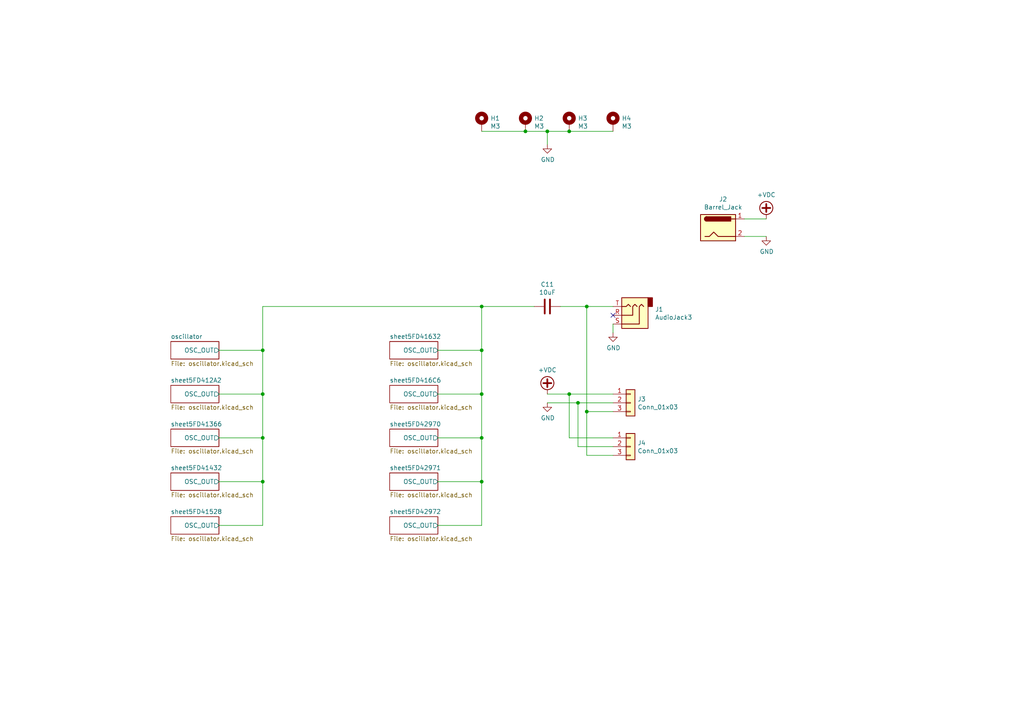
<source format=kicad_sch>
(kicad_sch (version 20211123) (generator eeschema)

  (uuid cef6f603-8a0b-4dd0-af99-ebfbef7d1b4b)

  (paper "A4")

  (title_block
    (title "Buzzybox")
    (date "12/16/2020")
    (rev "0.1")
    (company "Max Proskauer")
  )

  (lib_symbols
    (symbol "Connector:AudioJack3" (in_bom yes) (on_board yes)
      (property "Reference" "J" (id 0) (at 0 8.89 0)
        (effects (font (size 1.27 1.27)))
      )
      (property "Value" "AudioJack3" (id 1) (at 0 6.35 0)
        (effects (font (size 1.27 1.27)))
      )
      (property "Footprint" "" (id 2) (at 0 0 0)
        (effects (font (size 1.27 1.27)) hide)
      )
      (property "Datasheet" "~" (id 3) (at 0 0 0)
        (effects (font (size 1.27 1.27)) hide)
      )
      (property "ki_keywords" "audio jack receptacle stereo headphones phones TRS connector" (id 4) (at 0 0 0)
        (effects (font (size 1.27 1.27)) hide)
      )
      (property "ki_description" "Audio Jack, 3 Poles (Stereo / TRS)" (id 5) (at 0 0 0)
        (effects (font (size 1.27 1.27)) hide)
      )
      (property "ki_fp_filters" "Jack*" (id 6) (at 0 0 0)
        (effects (font (size 1.27 1.27)) hide)
      )
      (symbol "AudioJack3_0_1"
        (rectangle (start -5.08 -5.08) (end -6.35 -2.54)
          (stroke (width 0.254) (type default) (color 0 0 0 0))
          (fill (type outline))
        )
        (polyline
          (pts
            (xy 0 -2.54)
            (xy 0.635 -3.175)
            (xy 1.27 -2.54)
            (xy 2.54 -2.54)
          )
          (stroke (width 0.254) (type default) (color 0 0 0 0))
          (fill (type none))
        )
        (polyline
          (pts
            (xy -1.905 -2.54)
            (xy -1.27 -3.175)
            (xy -0.635 -2.54)
            (xy -0.635 0)
            (xy 2.54 0)
          )
          (stroke (width 0.254) (type default) (color 0 0 0 0))
          (fill (type none))
        )
        (polyline
          (pts
            (xy 2.54 2.54)
            (xy -2.54 2.54)
            (xy -2.54 -2.54)
            (xy -3.175 -3.175)
            (xy -3.81 -2.54)
          )
          (stroke (width 0.254) (type default) (color 0 0 0 0))
          (fill (type none))
        )
        (rectangle (start 2.54 3.81) (end -5.08 -5.08)
          (stroke (width 0.254) (type default) (color 0 0 0 0))
          (fill (type background))
        )
      )
      (symbol "AudioJack3_1_1"
        (pin passive line (at 5.08 0 180) (length 2.54)
          (name "~" (effects (font (size 1.27 1.27))))
          (number "R" (effects (font (size 1.27 1.27))))
        )
        (pin passive line (at 5.08 2.54 180) (length 2.54)
          (name "~" (effects (font (size 1.27 1.27))))
          (number "S" (effects (font (size 1.27 1.27))))
        )
        (pin passive line (at 5.08 -2.54 180) (length 2.54)
          (name "~" (effects (font (size 1.27 1.27))))
          (number "T" (effects (font (size 1.27 1.27))))
        )
      )
    )
    (symbol "Connector:Barrel_Jack" (pin_names (offset 1.016)) (in_bom yes) (on_board yes)
      (property "Reference" "J" (id 0) (at 0 5.334 0)
        (effects (font (size 1.27 1.27)))
      )
      (property "Value" "Barrel_Jack" (id 1) (at 0 -5.08 0)
        (effects (font (size 1.27 1.27)))
      )
      (property "Footprint" "" (id 2) (at 1.27 -1.016 0)
        (effects (font (size 1.27 1.27)) hide)
      )
      (property "Datasheet" "~" (id 3) (at 1.27 -1.016 0)
        (effects (font (size 1.27 1.27)) hide)
      )
      (property "ki_keywords" "DC power barrel jack connector" (id 4) (at 0 0 0)
        (effects (font (size 1.27 1.27)) hide)
      )
      (property "ki_description" "DC Barrel Jack" (id 5) (at 0 0 0)
        (effects (font (size 1.27 1.27)) hide)
      )
      (property "ki_fp_filters" "BarrelJack*" (id 6) (at 0 0 0)
        (effects (font (size 1.27 1.27)) hide)
      )
      (symbol "Barrel_Jack_0_1"
        (rectangle (start -5.08 3.81) (end 5.08 -3.81)
          (stroke (width 0.254) (type default) (color 0 0 0 0))
          (fill (type background))
        )
        (arc (start -3.302 3.175) (mid -3.937 2.54) (end -3.302 1.905)
          (stroke (width 0.254) (type default) (color 0 0 0 0))
          (fill (type none))
        )
        (arc (start -3.302 3.175) (mid -3.937 2.54) (end -3.302 1.905)
          (stroke (width 0.254) (type default) (color 0 0 0 0))
          (fill (type outline))
        )
        (polyline
          (pts
            (xy 5.08 2.54)
            (xy 3.81 2.54)
          )
          (stroke (width 0.254) (type default) (color 0 0 0 0))
          (fill (type none))
        )
        (polyline
          (pts
            (xy -3.81 -2.54)
            (xy -2.54 -2.54)
            (xy -1.27 -1.27)
            (xy 0 -2.54)
            (xy 2.54 -2.54)
            (xy 5.08 -2.54)
          )
          (stroke (width 0.254) (type default) (color 0 0 0 0))
          (fill (type none))
        )
        (rectangle (start 3.683 3.175) (end -3.302 1.905)
          (stroke (width 0.254) (type default) (color 0 0 0 0))
          (fill (type outline))
        )
      )
      (symbol "Barrel_Jack_1_1"
        (pin passive line (at 7.62 2.54 180) (length 2.54)
          (name "~" (effects (font (size 1.27 1.27))))
          (number "1" (effects (font (size 1.27 1.27))))
        )
        (pin passive line (at 7.62 -2.54 180) (length 2.54)
          (name "~" (effects (font (size 1.27 1.27))))
          (number "2" (effects (font (size 1.27 1.27))))
        )
      )
    )
    (symbol "Connector_Generic:Conn_01x03" (pin_names (offset 1.016) hide) (in_bom yes) (on_board yes)
      (property "Reference" "J" (id 0) (at 0 5.08 0)
        (effects (font (size 1.27 1.27)))
      )
      (property "Value" "Conn_01x03" (id 1) (at 0 -5.08 0)
        (effects (font (size 1.27 1.27)))
      )
      (property "Footprint" "" (id 2) (at 0 0 0)
        (effects (font (size 1.27 1.27)) hide)
      )
      (property "Datasheet" "~" (id 3) (at 0 0 0)
        (effects (font (size 1.27 1.27)) hide)
      )
      (property "ki_keywords" "connector" (id 4) (at 0 0 0)
        (effects (font (size 1.27 1.27)) hide)
      )
      (property "ki_description" "Generic connector, single row, 01x03, script generated (kicad-library-utils/schlib/autogen/connector/)" (id 5) (at 0 0 0)
        (effects (font (size 1.27 1.27)) hide)
      )
      (property "ki_fp_filters" "Connector*:*_1x??_*" (id 6) (at 0 0 0)
        (effects (font (size 1.27 1.27)) hide)
      )
      (symbol "Conn_01x03_1_1"
        (rectangle (start -1.27 -2.413) (end 0 -2.667)
          (stroke (width 0.1524) (type default) (color 0 0 0 0))
          (fill (type none))
        )
        (rectangle (start -1.27 0.127) (end 0 -0.127)
          (stroke (width 0.1524) (type default) (color 0 0 0 0))
          (fill (type none))
        )
        (rectangle (start -1.27 2.667) (end 0 2.413)
          (stroke (width 0.1524) (type default) (color 0 0 0 0))
          (fill (type none))
        )
        (rectangle (start -1.27 3.81) (end 1.27 -3.81)
          (stroke (width 0.254) (type default) (color 0 0 0 0))
          (fill (type background))
        )
        (pin passive line (at -5.08 2.54 0) (length 3.81)
          (name "Pin_1" (effects (font (size 1.27 1.27))))
          (number "1" (effects (font (size 1.27 1.27))))
        )
        (pin passive line (at -5.08 0 0) (length 3.81)
          (name "Pin_2" (effects (font (size 1.27 1.27))))
          (number "2" (effects (font (size 1.27 1.27))))
        )
        (pin passive line (at -5.08 -2.54 0) (length 3.81)
          (name "Pin_3" (effects (font (size 1.27 1.27))))
          (number "3" (effects (font (size 1.27 1.27))))
        )
      )
    )
    (symbol "Device:C" (pin_numbers hide) (pin_names (offset 0.254)) (in_bom yes) (on_board yes)
      (property "Reference" "C" (id 0) (at 0.635 2.54 0)
        (effects (font (size 1.27 1.27)) (justify left))
      )
      (property "Value" "C" (id 1) (at 0.635 -2.54 0)
        (effects (font (size 1.27 1.27)) (justify left))
      )
      (property "Footprint" "" (id 2) (at 0.9652 -3.81 0)
        (effects (font (size 1.27 1.27)) hide)
      )
      (property "Datasheet" "~" (id 3) (at 0 0 0)
        (effects (font (size 1.27 1.27)) hide)
      )
      (property "ki_keywords" "cap capacitor" (id 4) (at 0 0 0)
        (effects (font (size 1.27 1.27)) hide)
      )
      (property "ki_description" "Unpolarized capacitor" (id 5) (at 0 0 0)
        (effects (font (size 1.27 1.27)) hide)
      )
      (property "ki_fp_filters" "C_*" (id 6) (at 0 0 0)
        (effects (font (size 1.27 1.27)) hide)
      )
      (symbol "C_0_1"
        (polyline
          (pts
            (xy -2.032 -0.762)
            (xy 2.032 -0.762)
          )
          (stroke (width 0.508) (type default) (color 0 0 0 0))
          (fill (type none))
        )
        (polyline
          (pts
            (xy -2.032 0.762)
            (xy 2.032 0.762)
          )
          (stroke (width 0.508) (type default) (color 0 0 0 0))
          (fill (type none))
        )
      )
      (symbol "C_1_1"
        (pin passive line (at 0 3.81 270) (length 2.794)
          (name "~" (effects (font (size 1.27 1.27))))
          (number "1" (effects (font (size 1.27 1.27))))
        )
        (pin passive line (at 0 -3.81 90) (length 2.794)
          (name "~" (effects (font (size 1.27 1.27))))
          (number "2" (effects (font (size 1.27 1.27))))
        )
      )
    )
    (symbol "Mechanical:MountingHole_Pad" (pin_numbers hide) (pin_names (offset 1.016) hide) (in_bom yes) (on_board yes)
      (property "Reference" "H" (id 0) (at 0 6.35 0)
        (effects (font (size 1.27 1.27)))
      )
      (property "Value" "MountingHole_Pad" (id 1) (at 0 4.445 0)
        (effects (font (size 1.27 1.27)))
      )
      (property "Footprint" "" (id 2) (at 0 0 0)
        (effects (font (size 1.27 1.27)) hide)
      )
      (property "Datasheet" "~" (id 3) (at 0 0 0)
        (effects (font (size 1.27 1.27)) hide)
      )
      (property "ki_keywords" "mounting hole" (id 4) (at 0 0 0)
        (effects (font (size 1.27 1.27)) hide)
      )
      (property "ki_description" "Mounting Hole with connection" (id 5) (at 0 0 0)
        (effects (font (size 1.27 1.27)) hide)
      )
      (property "ki_fp_filters" "MountingHole*Pad*" (id 6) (at 0 0 0)
        (effects (font (size 1.27 1.27)) hide)
      )
      (symbol "MountingHole_Pad_0_1"
        (circle (center 0 1.27) (radius 1.27)
          (stroke (width 1.27) (type default) (color 0 0 0 0))
          (fill (type none))
        )
      )
      (symbol "MountingHole_Pad_1_1"
        (pin input line (at 0 -2.54 90) (length 2.54)
          (name "1" (effects (font (size 1.27 1.27))))
          (number "1" (effects (font (size 1.27 1.27))))
        )
      )
    )
    (symbol "power:+VDC" (power) (pin_names (offset 0)) (in_bom yes) (on_board yes)
      (property "Reference" "#PWR" (id 0) (at 0 -2.54 0)
        (effects (font (size 1.27 1.27)) hide)
      )
      (property "Value" "+VDC" (id 1) (at 0 6.35 0)
        (effects (font (size 1.27 1.27)))
      )
      (property "Footprint" "" (id 2) (at 0 0 0)
        (effects (font (size 1.27 1.27)) hide)
      )
      (property "Datasheet" "" (id 3) (at 0 0 0)
        (effects (font (size 1.27 1.27)) hide)
      )
      (property "ki_keywords" "power-flag" (id 4) (at 0 0 0)
        (effects (font (size 1.27 1.27)) hide)
      )
      (property "ki_description" "Power symbol creates a global label with name \"+VDC\"" (id 5) (at 0 0 0)
        (effects (font (size 1.27 1.27)) hide)
      )
      (symbol "+VDC_0_1"
        (polyline
          (pts
            (xy -1.143 3.175)
            (xy 1.143 3.175)
          )
          (stroke (width 0.508) (type default) (color 0 0 0 0))
          (fill (type none))
        )
        (polyline
          (pts
            (xy 0 0)
            (xy 0 1.27)
          )
          (stroke (width 0) (type default) (color 0 0 0 0))
          (fill (type none))
        )
        (polyline
          (pts
            (xy 0 2.032)
            (xy 0 4.318)
          )
          (stroke (width 0.508) (type default) (color 0 0 0 0))
          (fill (type none))
        )
        (circle (center 0 3.175) (radius 1.905)
          (stroke (width 0.254) (type default) (color 0 0 0 0))
          (fill (type none))
        )
      )
      (symbol "+VDC_1_1"
        (pin power_in line (at 0 0 90) (length 0) hide
          (name "+VDC" (effects (font (size 1.27 1.27))))
          (number "1" (effects (font (size 1.27 1.27))))
        )
      )
    )
    (symbol "power:GND" (power) (pin_names (offset 0)) (in_bom yes) (on_board yes)
      (property "Reference" "#PWR" (id 0) (at 0 -6.35 0)
        (effects (font (size 1.27 1.27)) hide)
      )
      (property "Value" "GND" (id 1) (at 0 -3.81 0)
        (effects (font (size 1.27 1.27)))
      )
      (property "Footprint" "" (id 2) (at 0 0 0)
        (effects (font (size 1.27 1.27)) hide)
      )
      (property "Datasheet" "" (id 3) (at 0 0 0)
        (effects (font (size 1.27 1.27)) hide)
      )
      (property "ki_keywords" "power-flag" (id 4) (at 0 0 0)
        (effects (font (size 1.27 1.27)) hide)
      )
      (property "ki_description" "Power symbol creates a global label with name \"GND\" , ground" (id 5) (at 0 0 0)
        (effects (font (size 1.27 1.27)) hide)
      )
      (symbol "GND_0_1"
        (polyline
          (pts
            (xy 0 0)
            (xy 0 -1.27)
            (xy 1.27 -1.27)
            (xy 0 -2.54)
            (xy -1.27 -1.27)
            (xy 0 -1.27)
          )
          (stroke (width 0) (type default) (color 0 0 0 0))
          (fill (type none))
        )
      )
      (symbol "GND_1_1"
        (pin power_in line (at 0 0 270) (length 0) hide
          (name "GND" (effects (font (size 1.27 1.27))))
          (number "1" (effects (font (size 1.27 1.27))))
        )
      )
    )
  )

  (junction (at 139.7 127) (diameter 0) (color 0 0 0 0)
    (uuid 127679a9-3981-4934-815e-896a4e3ff56e)
  )
  (junction (at 76.2 101.6) (diameter 0) (color 0 0 0 0)
    (uuid 181abe7a-f941-42b6-bd46-aaa3131f90fb)
  )
  (junction (at 76.2 127) (diameter 0) (color 0 0 0 0)
    (uuid 2e642b3e-a476-4c54-9a52-dcea955640cd)
  )
  (junction (at 139.7 88.9) (diameter 0) (color 0 0 0 0)
    (uuid 3cd1bda0-18db-417d-b581-a0c50623df68)
  )
  (junction (at 167.64 116.84) (diameter 0) (color 0 0 0 0)
    (uuid 3e903008-0276-4a73-8edb-5d9dfde6297c)
  )
  (junction (at 170.18 88.9) (diameter 0) (color 0 0 0 0)
    (uuid 45008225-f50f-4d6b-b508-6730a9408caf)
  )
  (junction (at 158.75 38.1) (diameter 0) (color 0 0 0 0)
    (uuid 6441b183-b8f2-458f-a23d-60e2b1f66dd6)
  )
  (junction (at 139.7 139.7) (diameter 0) (color 0 0 0 0)
    (uuid 6a45789b-3855-401f-8139-3c734f7f52f9)
  )
  (junction (at 165.1 114.3) (diameter 0) (color 0 0 0 0)
    (uuid 6bfe5804-2ef9-4c65-b2a7-f01e4014370a)
  )
  (junction (at 170.18 119.38) (diameter 0) (color 0 0 0 0)
    (uuid 7d34f6b1-ab31-49be-b011-c67fe67a8a56)
  )
  (junction (at 165.1 38.1) (diameter 0) (color 0 0 0 0)
    (uuid 80094b70-85ab-4ff6-934b-60d5ee65023a)
  )
  (junction (at 152.4 38.1) (diameter 0) (color 0 0 0 0)
    (uuid 922058ca-d09a-45fd-8394-05f3e2c1e03a)
  )
  (junction (at 76.2 139.7) (diameter 0) (color 0 0 0 0)
    (uuid a3e4f0ae-9f86-49e9-b386-ed8b42e012fb)
  )
  (junction (at 139.7 101.6) (diameter 0) (color 0 0 0 0)
    (uuid ce83728b-bebd-48c2-8734-b6a50d837931)
  )
  (junction (at 76.2 114.3) (diameter 0) (color 0 0 0 0)
    (uuid d8603679-3e7b-4337-8dbc-1827f5f54d8a)
  )
  (junction (at 139.7 114.3) (diameter 0) (color 0 0 0 0)
    (uuid fd470e95-4861-44fe-b1e4-6d8a7c66e144)
  )

  (no_connect (at 177.8 91.44) (uuid 5528bcad-2950-4673-90eb-c37e6952c475))

  (wire (pts (xy 165.1 114.3) (xy 165.1 127))
    (stroke (width 0) (type default) (color 0 0 0 0))
    (uuid 0217dfc4-fc13-4699-99ad-d9948522648e)
  )
  (wire (pts (xy 139.7 88.9) (xy 154.94 88.9))
    (stroke (width 0) (type default) (color 0 0 0 0))
    (uuid 0b21a65d-d20b-411e-920a-75c343ac5136)
  )
  (wire (pts (xy 139.7 88.9) (xy 139.7 101.6))
    (stroke (width 0) (type default) (color 0 0 0 0))
    (uuid 0eaa98f0-9565-4637-ace3-42a5231b07f7)
  )
  (wire (pts (xy 152.4 38.1) (xy 158.75 38.1))
    (stroke (width 0) (type default) (color 0 0 0 0))
    (uuid 0f54db53-a272-4955-88fb-d7ab00657bb0)
  )
  (wire (pts (xy 170.18 119.38) (xy 170.18 88.9))
    (stroke (width 0) (type default) (color 0 0 0 0))
    (uuid 12422a89-3d0c-485c-9386-f77121fd68fd)
  )
  (wire (pts (xy 177.8 119.38) (xy 170.18 119.38))
    (stroke (width 0) (type default) (color 0 0 0 0))
    (uuid 1a6d2848-e78e-49fe-8978-e1890f07836f)
  )
  (wire (pts (xy 165.1 114.3) (xy 177.8 114.3))
    (stroke (width 0) (type default) (color 0 0 0 0))
    (uuid 1d9cdadc-9036-4a95-b6db-fa7b3b74c869)
  )
  (wire (pts (xy 63.5 127) (xy 76.2 127))
    (stroke (width 0) (type default) (color 0 0 0 0))
    (uuid 1e1b062d-fad0-427c-a622-c5b8a80b5268)
  )
  (wire (pts (xy 167.64 129.54) (xy 177.8 129.54))
    (stroke (width 0) (type default) (color 0 0 0 0))
    (uuid 24f7628d-681d-4f0e-8409-40a129e929d9)
  )
  (wire (pts (xy 63.5 139.7) (xy 76.2 139.7))
    (stroke (width 0) (type default) (color 0 0 0 0))
    (uuid 30f15357-ce1d-48b9-93dc-7d9b1b2aa048)
  )
  (wire (pts (xy 158.75 38.1) (xy 165.1 38.1))
    (stroke (width 0) (type default) (color 0 0 0 0))
    (uuid 31e08896-1992-4725-96d9-9d2728bca7a3)
  )
  (wire (pts (xy 167.64 116.84) (xy 167.64 129.54))
    (stroke (width 0) (type default) (color 0 0 0 0))
    (uuid 3a7648d8-121a-4921-9b92-9b35b76ce39b)
  )
  (wire (pts (xy 76.2 101.6) (xy 76.2 114.3))
    (stroke (width 0) (type default) (color 0 0 0 0))
    (uuid 3b838d52-596d-4e4d-a6ac-e4c8e7621137)
  )
  (wire (pts (xy 215.9 63.5) (xy 222.25 63.5))
    (stroke (width 0) (type default) (color 0 0 0 0))
    (uuid 44d8279a-9cd1-4db6-856f-0363131605fc)
  )
  (wire (pts (xy 139.7 114.3) (xy 139.7 101.6))
    (stroke (width 0) (type default) (color 0 0 0 0))
    (uuid 48ab88d7-7084-4d02-b109-3ad55a30bb11)
  )
  (wire (pts (xy 76.2 127) (xy 76.2 139.7))
    (stroke (width 0) (type default) (color 0 0 0 0))
    (uuid 5038e144-5119-49db-b6cf-f7c345f1cf03)
  )
  (wire (pts (xy 76.2 152.4) (xy 76.2 139.7))
    (stroke (width 0) (type default) (color 0 0 0 0))
    (uuid 54365317-1355-4216-bb75-829375abc4ec)
  )
  (wire (pts (xy 139.7 139.7) (xy 139.7 127))
    (stroke (width 0) (type default) (color 0 0 0 0))
    (uuid 5fc27c35-3e1c-4f96-817c-93b5570858a6)
  )
  (wire (pts (xy 177.8 132.08) (xy 170.18 132.08))
    (stroke (width 0) (type default) (color 0 0 0 0))
    (uuid 6475547d-3216-45a4-a15c-48314f1dd0f9)
  )
  (wire (pts (xy 177.8 93.98) (xy 177.8 96.52))
    (stroke (width 0) (type default) (color 0 0 0 0))
    (uuid 66116376-6967-4178-9f23-a26cdeafc400)
  )
  (wire (pts (xy 139.7 127) (xy 127 127))
    (stroke (width 0) (type default) (color 0 0 0 0))
    (uuid 6c9b793c-e74d-4754-a2c0-901e73b26f1c)
  )
  (wire (pts (xy 76.2 88.9) (xy 139.7 88.9))
    (stroke (width 0) (type default) (color 0 0 0 0))
    (uuid 704d6d51-bb34-4cbf-83d8-841e208048d8)
  )
  (wire (pts (xy 139.7 114.3) (xy 127 114.3))
    (stroke (width 0) (type default) (color 0 0 0 0))
    (uuid 716e31c5-485f-40b5-88e3-a75900da9811)
  )
  (wire (pts (xy 63.5 101.6) (xy 76.2 101.6))
    (stroke (width 0) (type default) (color 0 0 0 0))
    (uuid 749dfe75-c0d6-4872-9330-29c5bbcb8ff8)
  )
  (wire (pts (xy 167.64 116.84) (xy 177.8 116.84))
    (stroke (width 0) (type default) (color 0 0 0 0))
    (uuid 75ffc65c-7132-4411-9f2a-ae0c73d79338)
  )
  (wire (pts (xy 76.2 101.6) (xy 76.2 88.9))
    (stroke (width 0) (type default) (color 0 0 0 0))
    (uuid 8174b4de-74b1-48db-ab8e-c8432251095b)
  )
  (wire (pts (xy 76.2 114.3) (xy 76.2 127))
    (stroke (width 0) (type default) (color 0 0 0 0))
    (uuid 87371631-aa02-498a-998a-09bdb74784c1)
  )
  (wire (pts (xy 170.18 132.08) (xy 170.18 119.38))
    (stroke (width 0) (type default) (color 0 0 0 0))
    (uuid 8c6a821f-8e19-48f3-8f44-9b340f7689bc)
  )
  (wire (pts (xy 158.75 114.3) (xy 165.1 114.3))
    (stroke (width 0) (type default) (color 0 0 0 0))
    (uuid 8da933a9-35f8-42e6-8504-d1bab7264306)
  )
  (wire (pts (xy 139.7 38.1) (xy 152.4 38.1))
    (stroke (width 0) (type default) (color 0 0 0 0))
    (uuid 97fe9c60-586f-4895-8504-4d3729f5f81a)
  )
  (wire (pts (xy 170.18 88.9) (xy 177.8 88.9))
    (stroke (width 0) (type default) (color 0 0 0 0))
    (uuid a544eb0a-75db-4baf-bf54-9ca21744343b)
  )
  (wire (pts (xy 127 152.4) (xy 139.7 152.4))
    (stroke (width 0) (type default) (color 0 0 0 0))
    (uuid a690fc6c-55d9-47e6-b533-faa4b67e20f3)
  )
  (wire (pts (xy 63.5 152.4) (xy 76.2 152.4))
    (stroke (width 0) (type default) (color 0 0 0 0))
    (uuid ac264c30-3e9a-4be2-b97a-9949b68bd497)
  )
  (wire (pts (xy 139.7 127) (xy 139.7 114.3))
    (stroke (width 0) (type default) (color 0 0 0 0))
    (uuid b1086f75-01ba-4188-8d36-75a9e2828ca9)
  )
  (wire (pts (xy 158.75 116.84) (xy 167.64 116.84))
    (stroke (width 0) (type default) (color 0 0 0 0))
    (uuid bd5408e4-362d-4e43-9d39-78fb99eb52c8)
  )
  (wire (pts (xy 158.75 41.91) (xy 158.75 38.1))
    (stroke (width 0) (type default) (color 0 0 0 0))
    (uuid bfc0aadc-38cf-466e-a642-68fdc3138c78)
  )
  (wire (pts (xy 165.1 127) (xy 177.8 127))
    (stroke (width 0) (type default) (color 0 0 0 0))
    (uuid c0eca5ed-bc5e-4618-9bcd-80945bea41ed)
  )
  (wire (pts (xy 139.7 152.4) (xy 139.7 139.7))
    (stroke (width 0) (type default) (color 0 0 0 0))
    (uuid c144caa5-b0d4-4cef-840a-d4ad178a2102)
  )
  (wire (pts (xy 76.2 114.3) (xy 63.5 114.3))
    (stroke (width 0) (type default) (color 0 0 0 0))
    (uuid cbdcaa78-3bbc-413f-91bf-2709119373ce)
  )
  (wire (pts (xy 165.1 38.1) (xy 177.8 38.1))
    (stroke (width 0) (type default) (color 0 0 0 0))
    (uuid d4a1d3c4-b315-4bec-9220-d12a9eab51e0)
  )
  (wire (pts (xy 162.56 88.9) (xy 170.18 88.9))
    (stroke (width 0) (type default) (color 0 0 0 0))
    (uuid d57dcfee-5058-4fc2-a68b-05f9a48f685b)
  )
  (wire (pts (xy 215.9 68.58) (xy 222.25 68.58))
    (stroke (width 0) (type default) (color 0 0 0 0))
    (uuid eb667eea-300e-4ca7-8a6f-4b00de80cd45)
  )
  (wire (pts (xy 139.7 139.7) (xy 127 139.7))
    (stroke (width 0) (type default) (color 0 0 0 0))
    (uuid efeac2a2-7682-4dc7-83ee-f6f1b23da506)
  )
  (wire (pts (xy 139.7 101.6) (xy 127 101.6))
    (stroke (width 0) (type default) (color 0 0 0 0))
    (uuid f71da641-16e6-4257-80c3-0b9d804fee4f)
  )

  (symbol (lib_id "power:+VDC") (at 222.25 63.5 0) (unit 1)
    (in_bom yes) (on_board yes)
    (uuid 00000000-0000-0000-0000-00005fd44ffc)
    (property "Reference" "#PWR0102" (id 0) (at 222.25 66.04 0)
      (effects (font (size 1.27 1.27)) hide)
    )
    (property "Value" "+VDC" (id 1) (at 222.25 56.515 0))
    (property "Footprint" "" (id 2) (at 222.25 63.5 0)
      (effects (font (size 1.27 1.27)) hide)
    )
    (property "Datasheet" "" (id 3) (at 222.25 63.5 0)
      (effects (font (size 1.27 1.27)) hide)
    )
    (pin "1" (uuid a9959833-5bf2-4bc1-93b0-0ddadbfd1de5))
  )

  (symbol (lib_id "Connector:Barrel_Jack") (at 208.28 66.04 0) (unit 1)
    (in_bom yes) (on_board yes)
    (uuid 00000000-0000-0000-0000-00005fd45a62)
    (property "Reference" "J2" (id 0) (at 209.7278 57.785 0))
    (property "Value" "Barrel_Jack" (id 1) (at 209.7278 60.0964 0))
    (property "Footprint" "Connectors:BARREL_JACK" (id 2) (at 209.55 67.056 0)
      (effects (font (size 1.27 1.27)) hide)
    )
    (property "Datasheet" "~" (id 3) (at 209.55 67.056 0)
      (effects (font (size 1.27 1.27)) hide)
    )
    (pin "1" (uuid 36a27db2-df2b-4cb8-868d-67fdaf52b9be))
    (pin "2" (uuid c8c51f3d-7eca-4d70-95fa-b853a1831f12))
  )

  (symbol (lib_id "Device:C") (at 158.75 88.9 90) (unit 1)
    (in_bom yes) (on_board yes)
    (uuid 00000000-0000-0000-0000-00005fd53811)
    (property "Reference" "C11" (id 0) (at 158.75 82.4992 90))
    (property "Value" "10uF" (id 1) (at 158.75 84.8106 90))
    (property "Footprint" "Capacitors_THT:C_Disc_D3.0mm_W1.6mm_P2.50mm" (id 2) (at 162.56 87.9348 0)
      (effects (font (size 1.27 1.27)) hide)
    )
    (property "Datasheet" "~" (id 3) (at 158.75 88.9 0)
      (effects (font (size 1.27 1.27)) hide)
    )
    (pin "1" (uuid 2685ca75-b16f-470f-9d8c-a9bd17a90429))
    (pin "2" (uuid a906993e-2b9d-4617-b81b-412a353ef28c))
  )

  (symbol (lib_id "Mechanical:MountingHole_Pad") (at 139.7 35.56 0) (unit 1)
    (in_bom yes) (on_board yes)
    (uuid 00000000-0000-0000-0000-00005fd71641)
    (property "Reference" "H1" (id 0) (at 142.24 34.3154 0)
      (effects (font (size 1.27 1.27)) (justify left))
    )
    (property "Value" "M3" (id 1) (at 142.24 36.6268 0)
      (effects (font (size 1.27 1.27)) (justify left))
    )
    (property "Footprint" "MountingHole:MountingHole_3.2mm_M3_Pad" (id 2) (at 139.7 35.56 0)
      (effects (font (size 1.27 1.27)) hide)
    )
    (property "Datasheet" "~" (id 3) (at 139.7 35.56 0)
      (effects (font (size 1.27 1.27)) hide)
    )
    (pin "1" (uuid 1d1e4444-5e71-4faf-9f9f-e3149a5e0780))
  )

  (symbol (lib_id "Mechanical:MountingHole_Pad") (at 152.4 35.56 0) (unit 1)
    (in_bom yes) (on_board yes)
    (uuid 00000000-0000-0000-0000-00005fd733cc)
    (property "Reference" "H2" (id 0) (at 154.94 34.3154 0)
      (effects (font (size 1.27 1.27)) (justify left))
    )
    (property "Value" "M3" (id 1) (at 154.94 36.6268 0)
      (effects (font (size 1.27 1.27)) (justify left))
    )
    (property "Footprint" "MountingHole:MountingHole_3.2mm_M3_Pad" (id 2) (at 152.4 35.56 0)
      (effects (font (size 1.27 1.27)) hide)
    )
    (property "Datasheet" "~" (id 3) (at 152.4 35.56 0)
      (effects (font (size 1.27 1.27)) hide)
    )
    (pin "1" (uuid 641ae2ce-a09d-45ba-983b-dfc2461583c2))
  )

  (symbol (lib_id "Mechanical:MountingHole_Pad") (at 165.1 35.56 0) (unit 1)
    (in_bom yes) (on_board yes)
    (uuid 00000000-0000-0000-0000-00005fd73798)
    (property "Reference" "H3" (id 0) (at 167.64 34.3154 0)
      (effects (font (size 1.27 1.27)) (justify left))
    )
    (property "Value" "M3" (id 1) (at 167.64 36.6268 0)
      (effects (font (size 1.27 1.27)) (justify left))
    )
    (property "Footprint" "MountingHole:MountingHole_3.2mm_M3_Pad" (id 2) (at 165.1 35.56 0)
      (effects (font (size 1.27 1.27)) hide)
    )
    (property "Datasheet" "~" (id 3) (at 165.1 35.56 0)
      (effects (font (size 1.27 1.27)) hide)
    )
    (pin "1" (uuid f34dc95a-09dd-4e1e-bdbe-0c80b01ad5ab))
  )

  (symbol (lib_id "Mechanical:MountingHole_Pad") (at 177.8 35.56 0) (unit 1)
    (in_bom yes) (on_board yes)
    (uuid 00000000-0000-0000-0000-00005fd74397)
    (property "Reference" "H4" (id 0) (at 180.34 34.3154 0)
      (effects (font (size 1.27 1.27)) (justify left))
    )
    (property "Value" "M3" (id 1) (at 180.34 36.6268 0)
      (effects (font (size 1.27 1.27)) (justify left))
    )
    (property "Footprint" "MountingHole:MountingHole_3.2mm_M3_Pad" (id 2) (at 177.8 35.56 0)
      (effects (font (size 1.27 1.27)) hide)
    )
    (property "Datasheet" "~" (id 3) (at 177.8 35.56 0)
      (effects (font (size 1.27 1.27)) hide)
    )
    (pin "1" (uuid d55aa7dd-3bfe-4a71-820c-3d6b819b6bfe))
  )

  (symbol (lib_id "Connector:AudioJack3") (at 182.88 91.44 180) (unit 1)
    (in_bom yes) (on_board yes)
    (uuid 00000000-0000-0000-0000-00005fd96d5a)
    (property "Reference" "J1" (id 0) (at 189.992 89.7382 0)
      (effects (font (size 1.27 1.27)) (justify right))
    )
    (property "Value" "AudioJack3" (id 1) (at 189.992 92.0496 0)
      (effects (font (size 1.27 1.27)) (justify right))
    )
    (property "Footprint" "buzzybox:STX-3000" (id 2) (at 182.88 91.44 0)
      (effects (font (size 1.27 1.27)) hide)
    )
    (property "Datasheet" "~" (id 3) (at 182.88 91.44 0)
      (effects (font (size 1.27 1.27)) hide)
    )
    (pin "R" (uuid 1ac14b12-0c6c-4a24-a970-ccecfa26286d))
    (pin "S" (uuid 4b382227-3c73-4156-bb43-8edd11d010cf))
    (pin "T" (uuid a3d48599-29b5-4db1-aabb-12a8385a1308))
  )

  (symbol (lib_id "power:GND") (at 222.25 68.58 0) (unit 1)
    (in_bom yes) (on_board yes)
    (uuid 00000000-0000-0000-0000-00005fda7a4c)
    (property "Reference" "#PWR0101" (id 0) (at 222.25 74.93 0)
      (effects (font (size 1.27 1.27)) hide)
    )
    (property "Value" "GND" (id 1) (at 222.377 72.9742 0))
    (property "Footprint" "" (id 2) (at 222.25 68.58 0)
      (effects (font (size 1.27 1.27)) hide)
    )
    (property "Datasheet" "" (id 3) (at 222.25 68.58 0)
      (effects (font (size 1.27 1.27)) hide)
    )
    (pin "1" (uuid 6dd65c85-d497-4677-b0c0-06f9a669d32e))
  )

  (symbol (lib_id "power:GND") (at 177.8 96.52 0) (unit 1)
    (in_bom yes) (on_board yes)
    (uuid 00000000-0000-0000-0000-00005fda8214)
    (property "Reference" "#PWR0103" (id 0) (at 177.8 102.87 0)
      (effects (font (size 1.27 1.27)) hide)
    )
    (property "Value" "GND" (id 1) (at 177.927 100.9142 0))
    (property "Footprint" "" (id 2) (at 177.8 96.52 0)
      (effects (font (size 1.27 1.27)) hide)
    )
    (property "Datasheet" "" (id 3) (at 177.8 96.52 0)
      (effects (font (size 1.27 1.27)) hide)
    )
    (pin "1" (uuid b8c3cb73-89af-49d0-9013-bc108520b70f))
  )

  (symbol (lib_id "power:GND") (at 158.75 116.84 0) (unit 1)
    (in_bom yes) (on_board yes)
    (uuid 00000000-0000-0000-0000-00005fda872d)
    (property "Reference" "#PWR0105" (id 0) (at 158.75 123.19 0)
      (effects (font (size 1.27 1.27)) hide)
    )
    (property "Value" "GND" (id 1) (at 158.877 121.2342 0))
    (property "Footprint" "" (id 2) (at 158.75 116.84 0)
      (effects (font (size 1.27 1.27)) hide)
    )
    (property "Datasheet" "" (id 3) (at 158.75 116.84 0)
      (effects (font (size 1.27 1.27)) hide)
    )
    (pin "1" (uuid 3de9508a-e156-4e7c-ab04-396e57cd1eef))
  )

  (symbol (lib_id "power:GND") (at 158.75 41.91 0) (unit 1)
    (in_bom yes) (on_board yes)
    (uuid 00000000-0000-0000-0000-00005fda8b2f)
    (property "Reference" "#PWR0107" (id 0) (at 158.75 48.26 0)
      (effects (font (size 1.27 1.27)) hide)
    )
    (property "Value" "GND" (id 1) (at 158.877 46.3042 0))
    (property "Footprint" "" (id 2) (at 158.75 41.91 0)
      (effects (font (size 1.27 1.27)) hide)
    )
    (property "Datasheet" "" (id 3) (at 158.75 41.91 0)
      (effects (font (size 1.27 1.27)) hide)
    )
    (pin "1" (uuid a939bb00-2de9-42b1-a1eb-20e04aefadc0))
  )

  (symbol (lib_id "Connector_Generic:Conn_01x03") (at 182.88 116.84 0) (unit 1)
    (in_bom yes) (on_board yes)
    (uuid 00000000-0000-0000-0000-00005fda9972)
    (property "Reference" "J3" (id 0) (at 184.912 115.7732 0)
      (effects (font (size 1.27 1.27)) (justify left))
    )
    (property "Value" "Conn_01x03" (id 1) (at 184.912 118.0846 0)
      (effects (font (size 1.27 1.27)) (justify left))
    )
    (property "Footprint" "Connector_PinHeader_2.54mm:PinHeader_1x03_P2.54mm_Horizontal" (id 2) (at 182.88 116.84 0)
      (effects (font (size 1.27 1.27)) hide)
    )
    (property "Datasheet" "~" (id 3) (at 182.88 116.84 0)
      (effects (font (size 1.27 1.27)) hide)
    )
    (pin "1" (uuid 1c8e681e-a44e-43f6-b244-ea2b083e2382))
    (pin "2" (uuid 6fdb7a63-6401-4aa3-9d84-47716369823a))
    (pin "3" (uuid efdf3adb-b64d-44a5-bfd0-2963ac4f1148))
  )

  (symbol (lib_id "Connector_Generic:Conn_01x03") (at 182.88 129.54 0) (unit 1)
    (in_bom yes) (on_board yes)
    (uuid 00000000-0000-0000-0000-00005fdaa94a)
    (property "Reference" "J4" (id 0) (at 184.912 128.4732 0)
      (effects (font (size 1.27 1.27)) (justify left))
    )
    (property "Value" "Conn_01x03" (id 1) (at 184.912 130.7846 0)
      (effects (font (size 1.27 1.27)) (justify left))
    )
    (property "Footprint" "Connector_PinHeader_2.54mm:PinHeader_1x03_P2.54mm_Horizontal" (id 2) (at 182.88 129.54 0)
      (effects (font (size 1.27 1.27)) hide)
    )
    (property "Datasheet" "~" (id 3) (at 182.88 129.54 0)
      (effects (font (size 1.27 1.27)) hide)
    )
    (pin "1" (uuid 050d1058-ce3b-46cc-8889-802d92d15992))
    (pin "2" (uuid 3c5271dd-7451-4837-8aed-e4d3c2d54460))
    (pin "3" (uuid df7e035a-ccbf-488b-ac16-e0f019a68bec))
  )

  (symbol (lib_id "power:+VDC") (at 158.75 114.3 0) (unit 1)
    (in_bom yes) (on_board yes)
    (uuid 00000000-0000-0000-0000-00005fdab8f4)
    (property "Reference" "#PWR0125" (id 0) (at 158.75 116.84 0)
      (effects (font (size 1.27 1.27)) hide)
    )
    (property "Value" "+VDC" (id 1) (at 158.75 107.315 0))
    (property "Footprint" "" (id 2) (at 158.75 114.3 0)
      (effects (font (size 1.27 1.27)) hide)
    )
    (property "Datasheet" "" (id 3) (at 158.75 114.3 0)
      (effects (font (size 1.27 1.27)) hide)
    )
    (pin "1" (uuid 949f0b92-5555-47f7-a87a-ba58bf1e05eb))
  )

  (sheet (at 49.53 99.06) (size 13.97 5.08) (fields_autoplaced)
    (stroke (width 0) (type solid) (color 0 0 0 0))
    (fill (color 0 0 0 0.0000))
    (uuid 00000000-0000-0000-0000-00005fd40cd3)
    (property "Sheet name" "oscillator" (id 0) (at 49.53 98.3484 0)
      (effects (font (size 1.27 1.27)) (justify left bottom))
    )
    (property "Sheet file" "oscillator.kicad_sch" (id 1) (at 49.53 104.7246 0)
      (effects (font (size 1.27 1.27)) (justify left top))
    )
    (pin "OSC_OUT" output (at 63.5 101.6 0)
      (effects (font (size 1.27 1.27)) (justify right))
      (uuid c70d9ef3-bfeb-47e0-a1e1-9aeba3da7864)
    )
  )

  (sheet (at 49.53 111.76) (size 13.97 5.08) (fields_autoplaced)
    (stroke (width 0) (type solid) (color 0 0 0 0))
    (fill (color 0 0 0 0.0000))
    (uuid 00000000-0000-0000-0000-00005fd412a5)
    (property "Sheet name" "sheet5FD412A2" (id 0) (at 49.53 111.0484 0)
      (effects (font (size 1.27 1.27)) (justify left bottom))
    )
    (property "Sheet file" "oscillator.kicad_sch" (id 1) (at 49.53 117.4246 0)
      (effects (font (size 1.27 1.27)) (justify left top))
    )
    (pin "OSC_OUT" output (at 63.5 114.3 0)
      (effects (font (size 1.27 1.27)) (justify right))
      (uuid 0147f16a-c952-4891-8f53-a9fb8cddeb8d)
    )
  )

  (sheet (at 49.53 124.46) (size 13.97 5.08) (fields_autoplaced)
    (stroke (width 0) (type solid) (color 0 0 0 0))
    (fill (color 0 0 0 0.0000))
    (uuid 00000000-0000-0000-0000-00005fd41369)
    (property "Sheet name" "sheet5FD41366" (id 0) (at 49.53 123.7484 0)
      (effects (font (size 1.27 1.27)) (justify left bottom))
    )
    (property "Sheet file" "oscillator.kicad_sch" (id 1) (at 49.53 130.1246 0)
      (effects (font (size 1.27 1.27)) (justify left top))
    )
    (pin "OSC_OUT" output (at 63.5 127 0)
      (effects (font (size 1.27 1.27)) (justify right))
      (uuid b1169a2d-8998-4b50-a48d-c520bcc1b8e1)
    )
  )

  (sheet (at 49.53 137.16) (size 13.97 5.08) (fields_autoplaced)
    (stroke (width 0) (type solid) (color 0 0 0 0))
    (fill (color 0 0 0 0.0000))
    (uuid 00000000-0000-0000-0000-00005fd41435)
    (property "Sheet name" "sheet5FD41432" (id 0) (at 49.53 136.4484 0)
      (effects (font (size 1.27 1.27)) (justify left bottom))
    )
    (property "Sheet file" "oscillator.kicad_sch" (id 1) (at 49.53 142.8246 0)
      (effects (font (size 1.27 1.27)) (justify left top))
    )
    (pin "OSC_OUT" output (at 63.5 139.7 0)
      (effects (font (size 1.27 1.27)) (justify right))
      (uuid 0a3cc030-c9dd-4d74-9d50-715ed2b361a2)
    )
  )

  (sheet (at 49.53 149.86) (size 13.97 5.08) (fields_autoplaced)
    (stroke (width 0) (type solid) (color 0 0 0 0))
    (fill (color 0 0 0 0.0000))
    (uuid 00000000-0000-0000-0000-00005fd4152b)
    (property "Sheet name" "sheet5FD41528" (id 0) (at 49.53 149.1484 0)
      (effects (font (size 1.27 1.27)) (justify left bottom))
    )
    (property "Sheet file" "oscillator.kicad_sch" (id 1) (at 49.53 155.5246 0)
      (effects (font (size 1.27 1.27)) (justify left top))
    )
    (pin "OSC_OUT" output (at 63.5 152.4 0)
      (effects (font (size 1.27 1.27)) (justify right))
      (uuid 1860e030-7a36-4298-b7fc-a16d48ab15ba)
    )
  )

  (sheet (at 113.03 99.06) (size 13.97 5.08) (fields_autoplaced)
    (stroke (width 0) (type solid) (color 0 0 0 0))
    (fill (color 0 0 0 0.0000))
    (uuid 00000000-0000-0000-0000-00005fd41635)
    (property "Sheet name" "sheet5FD41632" (id 0) (at 113.03 98.3484 0)
      (effects (font (size 1.27 1.27)) (justify left bottom))
    )
    (property "Sheet file" "oscillator.kicad_sch" (id 1) (at 113.03 104.7246 0)
      (effects (font (size 1.27 1.27)) (justify left top))
    )
    (pin "OSC_OUT" output (at 127 101.6 0)
      (effects (font (size 1.27 1.27)) (justify right))
      (uuid a05d7640-f2f6-4ba7-8c51-5a4af431fc13)
    )
  )

  (sheet (at 113.03 111.76) (size 13.97 5.08) (fields_autoplaced)
    (stroke (width 0) (type solid) (color 0 0 0 0))
    (fill (color 0 0 0 0.0000))
    (uuid 00000000-0000-0000-0000-00005fd416c9)
    (property "Sheet name" "sheet5FD416C6" (id 0) (at 113.03 111.0484 0)
      (effects (font (size 1.27 1.27)) (justify left bottom))
    )
    (property "Sheet file" "oscillator.kicad_sch" (id 1) (at 113.03 117.4246 0)
      (effects (font (size 1.27 1.27)) (justify left top))
    )
    (pin "OSC_OUT" output (at 127 114.3 0)
      (effects (font (size 1.27 1.27)) (justify right))
      (uuid 46918595-4a45-48e8-84c0-961b4db7f35f)
    )
  )

  (sheet (at 113.03 124.46) (size 13.97 5.08) (fields_autoplaced)
    (stroke (width 0) (type solid) (color 0 0 0 0))
    (fill (color 0 0 0 0.0000))
    (uuid 00000000-0000-0000-0000-00005fd42979)
    (property "Sheet name" "sheet5FD42970" (id 0) (at 113.03 123.7484 0)
      (effects (font (size 1.27 1.27)) (justify left bottom))
    )
    (property "Sheet file" "oscillator.kicad_sch" (id 1) (at 113.03 130.1246 0)
      (effects (font (size 1.27 1.27)) (justify left top))
    )
    (pin "OSC_OUT" output (at 127 127 0)
      (effects (font (size 1.27 1.27)) (justify right))
      (uuid 78cbdd6c-4878-4cc5-9a58-0e506478e37d)
    )
  )

  (sheet (at 113.03 137.16) (size 13.97 5.08) (fields_autoplaced)
    (stroke (width 0) (type solid) (color 0 0 0 0))
    (fill (color 0 0 0 0.0000))
    (uuid 00000000-0000-0000-0000-00005fd4297c)
    (property "Sheet name" "sheet5FD42971" (id 0) (at 113.03 136.4484 0)
      (effects (font (size 1.27 1.27)) (justify left bottom))
    )
    (property "Sheet file" "oscillator.kicad_sch" (id 1) (at 113.03 142.8246 0)
      (effects (font (size 1.27 1.27)) (justify left top))
    )
    (pin "OSC_OUT" output (at 127 139.7 0)
      (effects (font (size 1.27 1.27)) (justify right))
      (uuid e9bb29b2-2bb9-4ea2-acd9-2bb3ca677a12)
    )
  )

  (sheet (at 113.03 149.86) (size 13.97 5.08) (fields_autoplaced)
    (stroke (width 0) (type solid) (color 0 0 0 0))
    (fill (color 0 0 0 0.0000))
    (uuid 00000000-0000-0000-0000-00005fd4297f)
    (property "Sheet name" "sheet5FD42972" (id 0) (at 113.03 149.1484 0)
      (effects (font (size 1.27 1.27)) (justify left bottom))
    )
    (property "Sheet file" "oscillator.kicad_sch" (id 1) (at 113.03 155.5246 0)
      (effects (font (size 1.27 1.27)) (justify left top))
    )
    (pin "OSC_OUT" output (at 127 152.4 0)
      (effects (font (size 1.27 1.27)) (justify right))
      (uuid 5cbb5968-dbb5-4b84-864a-ead1cacf75b9)
    )
  )

  (sheet_instances
    (path "/" (page "1"))
    (path "/00000000-0000-0000-0000-00005fd40cd3" (page "2"))
    (path "/00000000-0000-0000-0000-00005fd412a5" (page "3"))
    (path "/00000000-0000-0000-0000-00005fd41369" (page "4"))
    (path "/00000000-0000-0000-0000-00005fd41435" (page "5"))
    (path "/00000000-0000-0000-0000-00005fd4152b" (page "6"))
    (path "/00000000-0000-0000-0000-00005fd41635" (page "7"))
    (path "/00000000-0000-0000-0000-00005fd416c9" (page "8"))
    (path "/00000000-0000-0000-0000-00005fd42979" (page "9"))
    (path "/00000000-0000-0000-0000-00005fd4297c" (page "10"))
    (path "/00000000-0000-0000-0000-00005fd4297f" (page "11"))
  )

  (symbol_instances
    (path "/00000000-0000-0000-0000-00005fda7a4c"
      (reference "#PWR0101") (unit 1) (value "GND") (footprint "")
    )
    (path "/00000000-0000-0000-0000-00005fd44ffc"
      (reference "#PWR0102") (unit 1) (value "+VDC") (footprint "")
    )
    (path "/00000000-0000-0000-0000-00005fda8214"
      (reference "#PWR0103") (unit 1) (value "GND") (footprint "")
    )
    (path "/00000000-0000-0000-0000-00005fd40cd3/00000000-0000-0000-0000-00005fd42daa"
      (reference "#PWR0104") (unit 1) (value "+VDC") (footprint "")
    )
    (path "/00000000-0000-0000-0000-00005fda872d"
      (reference "#PWR0105") (unit 1) (value "GND") (footprint "")
    )
    (path "/00000000-0000-0000-0000-00005fd412a5/00000000-0000-0000-0000-00005fd42daa"
      (reference "#PWR0106") (unit 1) (value "+VDC") (footprint "")
    )
    (path "/00000000-0000-0000-0000-00005fda8b2f"
      (reference "#PWR0107") (unit 1) (value "GND") (footprint "")
    )
    (path "/00000000-0000-0000-0000-00005fd41369/00000000-0000-0000-0000-00005fd42daa"
      (reference "#PWR0108") (unit 1) (value "+VDC") (footprint "")
    )
    (path "/00000000-0000-0000-0000-00005fd40cd3/00000000-0000-0000-0000-00005fda91c5"
      (reference "#PWR0109") (unit 1) (value "GND") (footprint "")
    )
    (path "/00000000-0000-0000-0000-00005fd41435/00000000-0000-0000-0000-00005fd42daa"
      (reference "#PWR0110") (unit 1) (value "+VDC") (footprint "")
    )
    (path "/00000000-0000-0000-0000-00005fd412a5/00000000-0000-0000-0000-00005fda91c5"
      (reference "#PWR0111") (unit 1) (value "GND") (footprint "")
    )
    (path "/00000000-0000-0000-0000-00005fd4152b/00000000-0000-0000-0000-00005fd42daa"
      (reference "#PWR0112") (unit 1) (value "+VDC") (footprint "")
    )
    (path "/00000000-0000-0000-0000-00005fd41369/00000000-0000-0000-0000-00005fda91c5"
      (reference "#PWR0113") (unit 1) (value "GND") (footprint "")
    )
    (path "/00000000-0000-0000-0000-00005fd41635/00000000-0000-0000-0000-00005fd42daa"
      (reference "#PWR0114") (unit 1) (value "+VDC") (footprint "")
    )
    (path "/00000000-0000-0000-0000-00005fd41435/00000000-0000-0000-0000-00005fda91c5"
      (reference "#PWR0115") (unit 1) (value "GND") (footprint "")
    )
    (path "/00000000-0000-0000-0000-00005fd416c9/00000000-0000-0000-0000-00005fd42daa"
      (reference "#PWR0116") (unit 1) (value "+VDC") (footprint "")
    )
    (path "/00000000-0000-0000-0000-00005fd4152b/00000000-0000-0000-0000-00005fda91c5"
      (reference "#PWR0117") (unit 1) (value "GND") (footprint "")
    )
    (path "/00000000-0000-0000-0000-00005fd42979/00000000-0000-0000-0000-00005fd42daa"
      (reference "#PWR0118") (unit 1) (value "+VDC") (footprint "")
    )
    (path "/00000000-0000-0000-0000-00005fd41635/00000000-0000-0000-0000-00005fda91c5"
      (reference "#PWR0119") (unit 1) (value "GND") (footprint "")
    )
    (path "/00000000-0000-0000-0000-00005fd4297c/00000000-0000-0000-0000-00005fd42daa"
      (reference "#PWR0120") (unit 1) (value "+VDC") (footprint "")
    )
    (path "/00000000-0000-0000-0000-00005fd416c9/00000000-0000-0000-0000-00005fda91c5"
      (reference "#PWR0121") (unit 1) (value "GND") (footprint "")
    )
    (path "/00000000-0000-0000-0000-00005fd4297f/00000000-0000-0000-0000-00005fd42daa"
      (reference "#PWR0122") (unit 1) (value "+VDC") (footprint "")
    )
    (path "/00000000-0000-0000-0000-00005fd42979/00000000-0000-0000-0000-00005fda91c5"
      (reference "#PWR0123") (unit 1) (value "GND") (footprint "")
    )
    (path "/00000000-0000-0000-0000-00005fd4297c/00000000-0000-0000-0000-00005fda91c5"
      (reference "#PWR0124") (unit 1) (value "GND") (footprint "")
    )
    (path "/00000000-0000-0000-0000-00005fdab8f4"
      (reference "#PWR0125") (unit 1) (value "+VDC") (footprint "")
    )
    (path "/00000000-0000-0000-0000-00005fd4297f/00000000-0000-0000-0000-00005fda91c5"
      (reference "#PWR0126") (unit 1) (value "GND") (footprint "")
    )
    (path "/00000000-0000-0000-0000-00005fd40cd3/00000000-0000-0000-0000-00005fd88ecd"
      (reference "C1") (unit 1) (value "CP1") (footprint "Capacitor_THT:CP_Radial_D4.0mm_P2.00mm")
    )
    (path "/00000000-0000-0000-0000-00005fd412a5/00000000-0000-0000-0000-00005fd88ecd"
      (reference "C2") (unit 1) (value "CP1") (footprint "Capacitor_THT:CP_Radial_D4.0mm_P2.00mm")
    )
    (path "/00000000-0000-0000-0000-00005fd41369/00000000-0000-0000-0000-00005fd88ecd"
      (reference "C3") (unit 1) (value "CP1") (footprint "Capacitor_THT:CP_Radial_D4.0mm_P2.00mm")
    )
    (path "/00000000-0000-0000-0000-00005fd41435/00000000-0000-0000-0000-00005fd88ecd"
      (reference "C4") (unit 1) (value "CP1") (footprint "Capacitor_THT:CP_Radial_D4.0mm_P2.00mm")
    )
    (path "/00000000-0000-0000-0000-00005fd4152b/00000000-0000-0000-0000-00005fd88ecd"
      (reference "C5") (unit 1) (value "CP1") (footprint "Capacitor_THT:CP_Radial_D4.0mm_P2.00mm")
    )
    (path "/00000000-0000-0000-0000-00005fd41635/00000000-0000-0000-0000-00005fd88ecd"
      (reference "C6") (unit 1) (value "CP1") (footprint "Capacitor_THT:CP_Radial_D4.0mm_P2.00mm")
    )
    (path "/00000000-0000-0000-0000-00005fd416c9/00000000-0000-0000-0000-00005fd88ecd"
      (reference "C7") (unit 1) (value "CP1") (footprint "Capacitor_THT:CP_Radial_D4.0mm_P2.00mm")
    )
    (path "/00000000-0000-0000-0000-00005fd42979/00000000-0000-0000-0000-00005fd88ecd"
      (reference "C8") (unit 1) (value "CP1") (footprint "Capacitor_THT:CP_Radial_D4.0mm_P2.00mm")
    )
    (path "/00000000-0000-0000-0000-00005fd4297c/00000000-0000-0000-0000-00005fd88ecd"
      (reference "C9") (unit 1) (value "CP1") (footprint "Capacitor_THT:CP_Radial_D4.0mm_P2.00mm")
    )
    (path "/00000000-0000-0000-0000-00005fd4297f/00000000-0000-0000-0000-00005fd88ecd"
      (reference "C10") (unit 1) (value "CP1") (footprint "Capacitor_THT:CP_Radial_D4.0mm_P2.00mm")
    )
    (path "/00000000-0000-0000-0000-00005fd53811"
      (reference "C11") (unit 1) (value "10uF") (footprint "Capacitors_THT:C_Disc_D3.0mm_W1.6mm_P2.50mm")
    )
    (path "/00000000-0000-0000-0000-00005fd40cd3/00000000-0000-0000-0000-00005fb0701f"
      (reference "D1") (unit 1) (value "LED") (footprint "LED_THT:LED_D5.0mm")
    )
    (path "/00000000-0000-0000-0000-00005fd412a5/00000000-0000-0000-0000-00005fb0701f"
      (reference "D2") (unit 1) (value "LED") (footprint "LED_THT:LED_D5.0mm")
    )
    (path "/00000000-0000-0000-0000-00005fd41369/00000000-0000-0000-0000-00005fb0701f"
      (reference "D3") (unit 1) (value "LED") (footprint "LED_THT:LED_D5.0mm")
    )
    (path "/00000000-0000-0000-0000-00005fd41435/00000000-0000-0000-0000-00005fb0701f"
      (reference "D4") (unit 1) (value "LED") (footprint "LED_THT:LED_D5.0mm")
    )
    (path "/00000000-0000-0000-0000-00005fd4152b/00000000-0000-0000-0000-00005fb0701f"
      (reference "D5") (unit 1) (value "LED") (footprint "LED_THT:LED_D5.0mm")
    )
    (path "/00000000-0000-0000-0000-00005fd41635/00000000-0000-0000-0000-00005fb0701f"
      (reference "D6") (unit 1) (value "LED") (footprint "LED_THT:LED_D5.0mm")
    )
    (path "/00000000-0000-0000-0000-00005fd416c9/00000000-0000-0000-0000-00005fb0701f"
      (reference "D7") (unit 1) (value "LED") (footprint "LED_THT:LED_D5.0mm")
    )
    (path "/00000000-0000-0000-0000-00005fd42979/00000000-0000-0000-0000-00005fb0701f"
      (reference "D8") (unit 1) (value "LED") (footprint "LED_THT:LED_D5.0mm")
    )
    (path "/00000000-0000-0000-0000-00005fd4297c/00000000-0000-0000-0000-00005fb0701f"
      (reference "D9") (unit 1) (value "LED") (footprint "LED_THT:LED_D5.0mm")
    )
    (path "/00000000-0000-0000-0000-00005fd4297f/00000000-0000-0000-0000-00005fb0701f"
      (reference "D10") (unit 1) (value "LED") (footprint "LED_THT:LED_D5.0mm")
    )
    (path "/00000000-0000-0000-0000-00005fd71641"
      (reference "H1") (unit 1) (value "M3") (footprint "MountingHole:MountingHole_3.2mm_M3_Pad")
    )
    (path "/00000000-0000-0000-0000-00005fd733cc"
      (reference "H2") (unit 1) (value "M3") (footprint "MountingHole:MountingHole_3.2mm_M3_Pad")
    )
    (path "/00000000-0000-0000-0000-00005fd73798"
      (reference "H3") (unit 1) (value "M3") (footprint "MountingHole:MountingHole_3.2mm_M3_Pad")
    )
    (path "/00000000-0000-0000-0000-00005fd74397"
      (reference "H4") (unit 1) (value "M3") (footprint "MountingHole:MountingHole_3.2mm_M3_Pad")
    )
    (path "/00000000-0000-0000-0000-00005fd96d5a"
      (reference "J1") (unit 1) (value "AudioJack3") (footprint "buzzybox:STX-3000")
    )
    (path "/00000000-0000-0000-0000-00005fd45a62"
      (reference "J2") (unit 1) (value "Barrel_Jack") (footprint "Connectors:BARREL_JACK")
    )
    (path "/00000000-0000-0000-0000-00005fda9972"
      (reference "J3") (unit 1) (value "Conn_01x03") (footprint "Connector_PinHeader_2.54mm:PinHeader_1x03_P2.54mm_Horizontal")
    )
    (path "/00000000-0000-0000-0000-00005fdaa94a"
      (reference "J4") (unit 1) (value "Conn_01x03") (footprint "Connector_PinHeader_2.54mm:PinHeader_1x03_P2.54mm_Horizontal")
    )
    (path "/00000000-0000-0000-0000-00005fd40cd3/00000000-0000-0000-0000-00005fda9f6b"
      (reference "Q1") (unit 1) (value "Q_NPN_CBE") (footprint "buzzybox:TO-92-2")
    )
    (path "/00000000-0000-0000-0000-00005fd412a5/00000000-0000-0000-0000-00005fda9f6b"
      (reference "Q2") (unit 1) (value "Q_NPN_CBE") (footprint "buzzybox:TO-92-2")
    )
    (path "/00000000-0000-0000-0000-00005fd41369/00000000-0000-0000-0000-00005fda9f6b"
      (reference "Q3") (unit 1) (value "Q_NPN_CBE") (footprint "buzzybox:TO-92-2")
    )
    (path "/00000000-0000-0000-0000-00005fd41435/00000000-0000-0000-0000-00005fda9f6b"
      (reference "Q4") (unit 1) (value "Q_NPN_CBE") (footprint "buzzybox:TO-92-2")
    )
    (path "/00000000-0000-0000-0000-00005fd4152b/00000000-0000-0000-0000-00005fda9f6b"
      (reference "Q5") (unit 1) (value "Q_NPN_CBE") (footprint "buzzybox:TO-92-2")
    )
    (path "/00000000-0000-0000-0000-00005fd41635/00000000-0000-0000-0000-00005fda9f6b"
      (reference "Q6") (unit 1) (value "Q_NPN_CBE") (footprint "buzzybox:TO-92-2")
    )
    (path "/00000000-0000-0000-0000-00005fd416c9/00000000-0000-0000-0000-00005fda9f6b"
      (reference "Q7") (unit 1) (value "Q_NPN_CBE") (footprint "buzzybox:TO-92-2")
    )
    (path "/00000000-0000-0000-0000-00005fd42979/00000000-0000-0000-0000-00005fda9f6b"
      (reference "Q8") (unit 1) (value "Q_NPN_CBE") (footprint "buzzybox:TO-92-2")
    )
    (path "/00000000-0000-0000-0000-00005fd4297c/00000000-0000-0000-0000-00005fda9f6b"
      (reference "Q9") (unit 1) (value "Q_NPN_CBE") (footprint "buzzybox:TO-92-2")
    )
    (path "/00000000-0000-0000-0000-00005fd4297f/00000000-0000-0000-0000-00005fda9f6b"
      (reference "Q10") (unit 1) (value "Q_NPN_CBE") (footprint "buzzybox:TO-92-2")
    )
    (path "/00000000-0000-0000-0000-00005fd40cd3/00000000-0000-0000-0000-00005fb07013"
      (reference "R1") (unit 1) (value "1k") (footprint "Resistor_THT:R_Axial_DIN0207_L6.3mm_D2.5mm_P10.16mm_Horizontal")
    )
    (path "/00000000-0000-0000-0000-00005fd40cd3/00000000-0000-0000-0000-00005fb0703e"
      (reference "R2") (unit 1) (value "100k") (footprint "Resistor_THT:R_Axial_DIN0207_L6.3mm_D2.5mm_P10.16mm_Horizontal")
    )
    (path "/00000000-0000-0000-0000-00005fd412a5/00000000-0000-0000-0000-00005fb07013"
      (reference "R3") (unit 1) (value "1k") (footprint "Resistor_THT:R_Axial_DIN0207_L6.3mm_D2.5mm_P10.16mm_Horizontal")
    )
    (path "/00000000-0000-0000-0000-00005fd412a5/00000000-0000-0000-0000-00005fb0703e"
      (reference "R4") (unit 1) (value "100k") (footprint "Resistor_THT:R_Axial_DIN0207_L6.3mm_D2.5mm_P10.16mm_Horizontal")
    )
    (path "/00000000-0000-0000-0000-00005fd41369/00000000-0000-0000-0000-00005fb07013"
      (reference "R5") (unit 1) (value "1k") (footprint "Resistor_THT:R_Axial_DIN0207_L6.3mm_D2.5mm_P10.16mm_Horizontal")
    )
    (path "/00000000-0000-0000-0000-00005fd41369/00000000-0000-0000-0000-00005fb0703e"
      (reference "R6") (unit 1) (value "100k") (footprint "Resistor_THT:R_Axial_DIN0207_L6.3mm_D2.5mm_P10.16mm_Horizontal")
    )
    (path "/00000000-0000-0000-0000-00005fd41435/00000000-0000-0000-0000-00005fb07013"
      (reference "R7") (unit 1) (value "1k") (footprint "Resistor_THT:R_Axial_DIN0207_L6.3mm_D2.5mm_P10.16mm_Horizontal")
    )
    (path "/00000000-0000-0000-0000-00005fd41435/00000000-0000-0000-0000-00005fb0703e"
      (reference "R8") (unit 1) (value "100k") (footprint "Resistor_THT:R_Axial_DIN0207_L6.3mm_D2.5mm_P10.16mm_Horizontal")
    )
    (path "/00000000-0000-0000-0000-00005fd4152b/00000000-0000-0000-0000-00005fb07013"
      (reference "R9") (unit 1) (value "1k") (footprint "Resistor_THT:R_Axial_DIN0207_L6.3mm_D2.5mm_P10.16mm_Horizontal")
    )
    (path "/00000000-0000-0000-0000-00005fd4152b/00000000-0000-0000-0000-00005fb0703e"
      (reference "R10") (unit 1) (value "100k") (footprint "Resistor_THT:R_Axial_DIN0207_L6.3mm_D2.5mm_P10.16mm_Horizontal")
    )
    (path "/00000000-0000-0000-0000-00005fd41635/00000000-0000-0000-0000-00005fb07013"
      (reference "R11") (unit 1) (value "1k") (footprint "Resistor_THT:R_Axial_DIN0207_L6.3mm_D2.5mm_P10.16mm_Horizontal")
    )
    (path "/00000000-0000-0000-0000-00005fd41635/00000000-0000-0000-0000-00005fb0703e"
      (reference "R12") (unit 1) (value "100k") (footprint "Resistor_THT:R_Axial_DIN0207_L6.3mm_D2.5mm_P10.16mm_Horizontal")
    )
    (path "/00000000-0000-0000-0000-00005fd416c9/00000000-0000-0000-0000-00005fb07013"
      (reference "R13") (unit 1) (value "1k") (footprint "Resistor_THT:R_Axial_DIN0207_L6.3mm_D2.5mm_P10.16mm_Horizontal")
    )
    (path "/00000000-0000-0000-0000-00005fd416c9/00000000-0000-0000-0000-00005fb0703e"
      (reference "R14") (unit 1) (value "100k") (footprint "Resistor_THT:R_Axial_DIN0207_L6.3mm_D2.5mm_P10.16mm_Horizontal")
    )
    (path "/00000000-0000-0000-0000-00005fd42979/00000000-0000-0000-0000-00005fb07013"
      (reference "R15") (unit 1) (value "1k") (footprint "Resistor_THT:R_Axial_DIN0207_L6.3mm_D2.5mm_P10.16mm_Horizontal")
    )
    (path "/00000000-0000-0000-0000-00005fd42979/00000000-0000-0000-0000-00005fb0703e"
      (reference "R16") (unit 1) (value "100k") (footprint "Resistor_THT:R_Axial_DIN0207_L6.3mm_D2.5mm_P10.16mm_Horizontal")
    )
    (path "/00000000-0000-0000-0000-00005fd4297c/00000000-0000-0000-0000-00005fb07013"
      (reference "R17") (unit 1) (value "1k") (footprint "Resistor_THT:R_Axial_DIN0207_L6.3mm_D2.5mm_P10.16mm_Horizontal")
    )
    (path "/00000000-0000-0000-0000-00005fd4297c/00000000-0000-0000-0000-00005fb0703e"
      (reference "R18") (unit 1) (value "100k") (footprint "Resistor_THT:R_Axial_DIN0207_L6.3mm_D2.5mm_P10.16mm_Horizontal")
    )
    (path "/00000000-0000-0000-0000-00005fd4297f/00000000-0000-0000-0000-00005fb07013"
      (reference "R19") (unit 1) (value "1k") (footprint "Resistor_THT:R_Axial_DIN0207_L6.3mm_D2.5mm_P10.16mm_Horizontal")
    )
    (path "/00000000-0000-0000-0000-00005fd4297f/00000000-0000-0000-0000-00005fb0703e"
      (reference "R20") (unit 1) (value "100k") (footprint "Resistor_THT:R_Axial_DIN0207_L6.3mm_D2.5mm_P10.16mm_Horizontal")
    )
    (path "/00000000-0000-0000-0000-00005fd40cd3/00000000-0000-0000-0000-00005fb07019"
      (reference "RV1") (unit 1) (value "10k") (footprint "Potentiometer_THT:Potentiometer_Alpha_RD901F-40-00D_Single_Vertical")
    )
    (path "/00000000-0000-0000-0000-00005fd412a5/00000000-0000-0000-0000-00005fb07019"
      (reference "RV2") (unit 1) (value "10k") (footprint "Potentiometer_THT:Potentiometer_Alpha_RD901F-40-00D_Single_Vertical")
    )
    (path "/00000000-0000-0000-0000-00005fd41369/00000000-0000-0000-0000-00005fb07019"
      (reference "RV3") (unit 1) (value "10k") (footprint "Potentiometer_THT:Potentiometer_Alpha_RD901F-40-00D_Single_Vertical")
    )
    (path "/00000000-0000-0000-0000-00005fd41435/00000000-0000-0000-0000-00005fb07019"
      (reference "RV4") (unit 1) (value "10k") (footprint "Potentiometer_THT:Potentiometer_Alpha_RD901F-40-00D_Single_Vertical")
    )
    (path "/00000000-0000-0000-0000-00005fd4152b/00000000-0000-0000-0000-00005fb07019"
      (reference "RV5") (unit 1) (value "10k") (footprint "Potentiometer_THT:Potentiometer_Alpha_RD901F-40-00D_Single_Vertical")
    )
    (path "/00000000-0000-0000-0000-00005fd41635/00000000-0000-0000-0000-00005fb07019"
      (reference "RV6") (unit 1) (value "10k") (footprint "Potentiometer_THT:Potentiometer_Alpha_RD901F-40-00D_Single_Vertical")
    )
    (path "/00000000-0000-0000-0000-00005fd416c9/00000000-0000-0000-0000-00005fb07019"
      (reference "RV7") (unit 1) (value "10k") (footprint "Potentiometer_THT:Potentiometer_Alpha_RD901F-40-00D_Single_Vertical")
    )
    (path "/00000000-0000-0000-0000-00005fd42979/00000000-0000-0000-0000-00005fb07019"
      (reference "RV8") (unit 1) (value "10k") (footprint "Potentiometer_THT:Potentiometer_Alpha_RD901F-40-00D_Single_Vertical")
    )
    (path "/00000000-0000-0000-0000-00005fd4297c/00000000-0000-0000-0000-00005fb07019"
      (reference "RV9") (unit 1) (value "10k") (footprint "Potentiometer_THT:Potentiometer_Alpha_RD901F-40-00D_Single_Vertical")
    )
    (path "/00000000-0000-0000-0000-00005fd4297f/00000000-0000-0000-0000-00005fb07019"
      (reference "RV10") (unit 1) (value "10k") (footprint "Potentiometer_THT:Potentiometer_Alpha_RD901F-40-00D_Single_Vertical")
    )
  )
)

</source>
